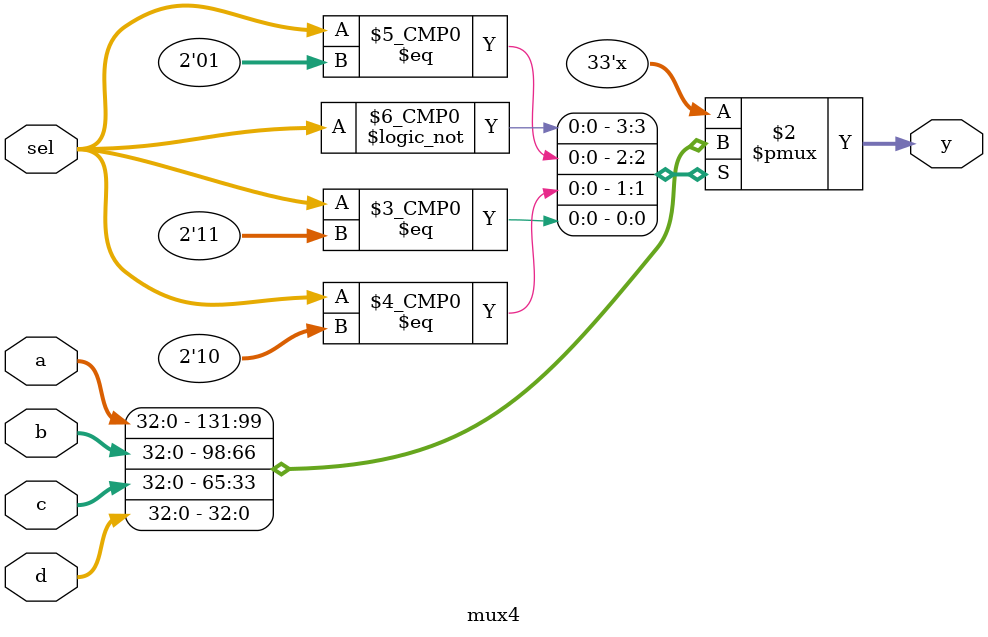
<source format=v>
`timescale 1ns / 1ps
module mux4 #(parameter WIDTH = 32)
(
    input [WIDTH:0] a,
    input [WIDTH:0] b,
    input [WIDTH:0] c,
    input [WIDTH:0] d,
    input [1:0] sel,
    output reg [WIDTH:0] y
);
always @(*) begin
    case (sel)
        0: y=a;
        1: y=b;
        2: y=c;
        3: y=d;
        default:; 
    endcase
end
endmodule // mux4
</source>
